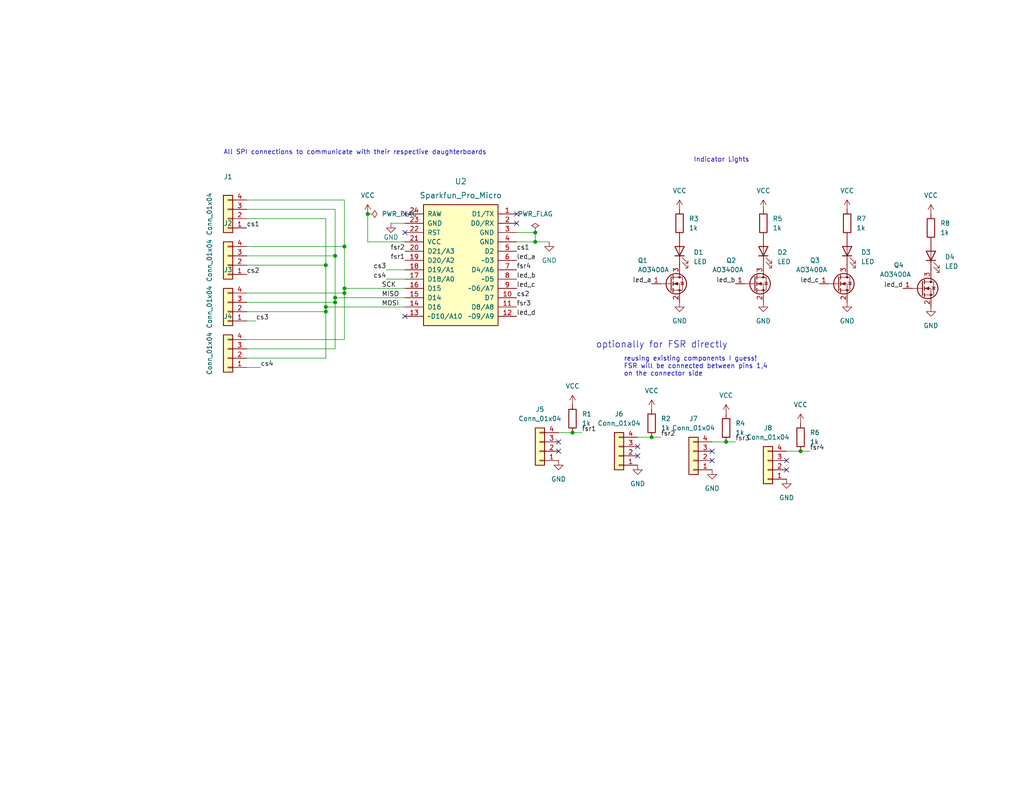
<source format=kicad_sch>
(kicad_sch (version 20211123) (generator eeschema)
  (paper "USLetter")
  (title_block (title "Main Pad Board") (rev "0.0") (company "nabultor"))
  (lib_symbols
    (symbol "Arduino:Sparkfun_Pro_Micro" (pin_names (offset 1.016))
      (property "Reference" "U" (at -8.89 21.59 0))
      (property "Value" "Sparkfun_Pro_Micro" (at 0 19.05 0))
      (symbol "Sparkfun_Pro_Micro_0_1"
        (rectangle (start -10.16 17.78) (end 10.16 -15.24) (stroke (width 0.254)) (fill (type background)))
      )
      (symbol "Sparkfun_Pro_Micro_1_1"
        (pin bidirectional line (at -15.24 15.24 0) (length 5.08) (name "D1/TX") (number "1"))
        (pin bidirectional line (at -15.24 -7.62 0) (length 5.08) (name "D7") (number "10"))
        (pin bidirectional line (at -15.24 -10.16 0) (length 5.08) (name "D8/A8") (number "11"))
        (pin bidirectional line (at -15.24 -12.7 0) (length 5.08) (name "~D9/A9") (number "12"))
        (pin bidirectional line (at 15.24 -12.7 180) (length 5.08) (name "~D10/A10") (number "13"))
        (pin bidirectional line (at 15.24 -10.16 180) (length 5.08) (name "D16") (number "14"))
        (pin bidirectional line (at 15.24 -7.62 180) (length 5.08) (name "D14") (number "15"))
        (pin bidirectional line (at 15.24 -5.08 180) (length 5.08) (name "D15") (number "16"))
        (pin bidirectional line (at 15.24 -2.54 180) (length 5.08) (name "D18/A0") (number "17"))
        (pin bidirectional line (at 15.24 0 180) (length 5.08) (name "D19/A1") (number "18"))
        (pin bidirectional line (at 15.24 2.54 180) (length 5.08) (name "D20/A2") (number "19"))
        (pin bidirectional line (at -15.24 12.7 0) (length 5.08) (name "D0/RX") (number "2"))
        (pin bidirectional line (at 15.24 5.08 180) (length 5.08) (name "D21/A3") (number "20"))
        (pin power_in line (at 15.24 7.62 180) (length 5.08) (name "VCC") (number "21"))
        (pin input line (at 15.24 10.16 180) (length 5.08) (name "RST") (number "22"))
        (pin power_in line (at 15.24 12.7 180) (length 5.08) (name "GND") (number "23"))
        (pin power_in line (at 15.24 15.24 180) (length 5.08) (name "RAW") (number "24"))
        (pin power_in line (at -15.24 10.16 0) (length 5.08) (name "GND") (number "3"))
        (pin power_in line (at -15.24 7.62 0) (length 5.08) (name "GND") (number "4"))
        (pin bidirectional line (at -15.24 5.08 0) (length 5.08) (name "D2") (number "5"))
        (pin bidirectional line (at -15.24 2.54 0) (length 5.08) (name "~D3") (number "6"))
        (pin bidirectional line (at -15.24 0 0) (length 5.08) (name "D4/A6") (number "7"))
        (pin bidirectional line (at -15.24 -2.54 0) (length 5.08) (name "~D5") (number "8"))
        (pin bidirectional line (at -15.24 -5.08 0) (length 5.08) (name "~D6/A7") (number "9"))
      )
    )
    (symbol "Connector_Generic:Conn_01x04" (pin_names (offset 1.016) hide)
      (property "Reference" "J" (at 0 5.08 0))
      (property "Value" "Conn_01x04" (at 0 -7.62 0))
      (symbol "Conn_01x04_1_1"
        (rectangle (start -1.27 -4.953) (end 0 -5.207) (stroke (width 0.1524)))
        (rectangle (start -1.27 -2.413) (end 0 -2.667) (stroke (width 0.1524)))
        (rectangle (start -1.27 0.127) (end 0 -0.127) (stroke (width 0.1524)))
        (rectangle (start -1.27 2.667) (end 0 2.413) (stroke (width 0.1524)))
        (rectangle (start -1.27 3.81) (end 1.27 -6.35) (stroke (width 0.254)) (fill (type background)))
        (pin passive line (at -5.08 2.54 0) (length 3.81) (name "Pin_1") (number "1"))
        (pin passive line (at -5.08 0 0) (length 3.81) (name "Pin_2") (number "2"))
        (pin passive line (at -5.08 -2.54 0) (length 3.81) (name "Pin_3") (number "3"))
        (pin passive line (at -5.08 -5.08 0) (length 3.81) (name "Pin_4") (number "4"))
      )
    )
    (symbol "Device:LED" (pin_numbers hide) (pin_names (offset 1.016) hide)
      (property "Reference" "D" (at 0 2.54 0))
      (property "Value" "LED" (at 0 -2.54 0))
      (symbol "LED_0_1"
        (polyline (pts (xy -1.27 -1.27) (xy -1.27 1.27)) (stroke (width 0.254)))
        (polyline (pts (xy -1.27 0) (xy 1.27 0)))
        (polyline (pts (xy 1.27 -1.27) (xy 1.27 1.27) (xy -1.27 0) (xy 1.27 -1.27)) (stroke (width 0.254)))
        (polyline (pts (xy -3.048 -0.762) (xy -4.572 -2.286) (xy -3.81 -2.286) (xy -4.572 -2.286) (xy -4.572 -1.524)))
        (polyline (pts (xy -1.778 -0.762) (xy -3.302 -2.286) (xy -2.54 -2.286) (xy -3.302 -2.286) (xy -3.302 -1.524)))
      )
      (symbol "LED_1_1"
        (pin passive line (at -3.81 0 0) (length 2.54) (name "K") (number "1"))
        (pin passive line (at 3.81 0 180) (length 2.54) (name "A") (number "2"))
      )
    )
    (symbol "Device:R" (pin_numbers hide) (pin_names (offset 0))
      (property "Reference" "R" (at 2.032 0 90))
      (property "Value" "R" (at 0 0 90))
      (symbol "R_0_1"
        (rectangle (start -1.016 -2.54) (end 1.016 2.54) (stroke (width 0.254)))
      )
      (symbol "R_1_1"
        (pin passive line (at 0 3.81 270) (length 1.27) (name "~") (number "1"))
        (pin passive line (at 0 -3.81 90) (length 1.27) (name "~") (number "2"))
      )
    )
    (symbol "Transistor_FET:AO3400A" (pin_names hide)
      (property "Reference" "Q" (at 5.08 1.905 0))
      (property "Value" "AO3400A" (at 5.08 0 0))
      (symbol "AO3400A_0_1"
        (polyline (pts (xy 0.254 0) (xy -2.54 0)))
        (polyline (pts (xy 0.254 1.905) (xy 0.254 -1.905)) (stroke (width 0.254)))
        (polyline (pts (xy 0.762 -1.27) (xy 0.762 -2.286)) (stroke (width 0.254)))
        (polyline (pts (xy 0.762 0.508) (xy 0.762 -0.508)) (stroke (width 0.254)))
        (polyline (pts (xy 0.762 2.286) (xy 0.762 1.27)) (stroke (width 0.254)))
        (polyline (pts (xy 2.54 2.54) (xy 2.54 1.778)))
        (polyline (pts (xy 2.54 -2.54) (xy 2.54 0) (xy 0.762 0)))
        (polyline (pts (xy 0.762 -1.778) (xy 3.302 -1.778) (xy 3.302 1.778) (xy 0.762 1.778)))
        (polyline (pts (xy 1.016 0) (xy 2.032 0.381) (xy 2.032 -0.381) (xy 1.016 0)) (fill (type outline)))
        (polyline (pts (xy 2.794 0.508) (xy 2.921 0.381) (xy 3.683 0.381) (xy 3.81 0.254)))
        (polyline (pts (xy 3.302 0.381) (xy 2.921 -0.254) (xy 3.683 -0.254) (xy 3.302 0.381)))
        (circle (center 1.651 0) (radius 2.794) (stroke (width 0.254)))
        (circle (center 2.54 -1.778) (radius 0.254) (fill (type outline)))
        (circle (center 2.54 1.778) (radius 0.254) (fill (type outline)))
      )
      (symbol "AO3400A_1_1"
        (pin input line (at -5.08 0 0) (length 2.54) (name "G") (number "1"))
        (pin passive line (at 2.54 -5.08 90) (length 2.54) (name "S") (number "2"))
        (pin passive line (at 2.54 5.08 270) (length 2.54) (name "D") (number "3"))
      )
    )
    (symbol "power:GND" (power) (pin_names (offset 0))
      (property "Value" "GND" (at 0 -3.81 0))
      (symbol "GND_0_1"
        (polyline (pts (xy 0 0) (xy 0 -1.27) (xy 1.27 -1.27) (xy 0 -2.54) (xy -1.27 -1.27) (xy 0 -1.27)))
      )
      (symbol "GND_1_1"
        (pin power_in line (at 0 0 270) (length 0) hide (name "GND") (number "1"))
      )
    )
    (symbol "power:PWR_FLAG" (power) (pin_numbers hide) (pin_names (offset 0) hide)
      (property "Value" "PWR_FLAG" (at 0 3.81 0))
      (symbol "PWR_FLAG_0_0"
        (pin power_out line (at 0 0 90) (length 0) (name "pwr") (number "1"))
      )
      (symbol "PWR_FLAG_0_1"
        (polyline (pts (xy 0 0) (xy 0 1.27) (xy -1.016 1.905) (xy 0 2.54) (xy 1.016 1.905) (xy 0 1.27)))
      )
    )
    (symbol "power:VCC" (power) (pin_names (offset 0))
      (property "Value" "VCC" (at 0 3.81 0))
      (symbol "VCC_0_1"
        (polyline (pts (xy -0.762 1.27) (xy 0 2.54)))
        (polyline (pts (xy 0 0) (xy 0 2.54)))
        (polyline (pts (xy 0 2.54) (xy 0.762 1.27)))
      )
      (symbol "VCC_1_1"
        (pin power_in line (at 0 0 90) (length 0) hide (name "VCC") (number "1"))
      )
    )
  )
  (junction (at 88.9 83.82))
  (junction (at 177.8 119.38))
  (junction (at 198.12 120.65))
  (junction (at 218.44 123.19))
  (junction (at 100.33 58.42))
  (junction (at 91.44 82.55))
  (junction (at 91.44 69.85))
  (junction (at 156.21 118.11))
  (junction (at 88.9 85.09))
  (junction (at 88.9 72.39))
  (junction (at 146.05 66.04))
  (junction (at 91.44 81.28))
  (junction (at 93.98 78.74))
  (junction (at 93.98 67.31))
  (junction (at 146.05 63.5))
  (junction (at 93.98 80.01))
  (no_connect (at 194.31 125.73))
  (no_connect (at 194.31 123.19))
  (no_connect (at 214.63 128.27))
  (no_connect (at 214.63 125.73))
  (no_connect (at 152.4 120.65))
  (no_connect (at 152.4 123.19))
  (no_connect (at 173.99 121.92))
  (no_connect (at 173.99 124.46))
  (no_connect (at 110.49 58.42))
  (no_connect (at 140.97 58.42))
  (no_connect (at 110.49 63.5))
  (no_connect (at 140.97 60.96))
  (no_connect (at 110.49 86.36))
  (wire (pts (xy 110.49 83.82) (xy 88.9 83.82)))
  (wire (pts (xy 67.31 92.71) (xy 93.98 92.71)))
  (wire (pts (xy 194.31 120.65) (xy 198.12 120.65)))
  (wire (pts (xy 173.99 119.38) (xy 177.8 119.38)))
  (wire (pts (xy 67.31 67.31) (xy 93.98 67.31)))
  (wire (pts (xy 88.9 83.82) (xy 88.9 72.39)))
  (wire (pts (xy 146.05 66.04) (xy 140.97 66.04)))
  (wire (pts (xy 93.98 54.61) (xy 67.31 54.61)))
  (wire (pts (xy 105.41 76.2) (xy 110.49 76.2)))
  (wire (pts (xy 88.9 85.09) (xy 88.9 83.82)))
  (wire (pts (xy 198.12 120.65) (xy 200.66 120.65)))
  (wire (pts (xy 67.31 72.39) (xy 88.9 72.39)))
  (wire (pts (xy 146.05 63.5) (xy 146.05 66.04)))
  (wire (pts (xy 218.44 123.19) (xy 220.98 123.19)))
  (wire (pts (xy 214.63 123.19) (xy 218.44 123.19)))
  (wire (pts (xy 93.98 78.74) (xy 110.49 78.74)))
  (wire (pts (xy 100.33 66.04) (xy 100.33 58.42)))
  (wire (pts (xy 67.31 100.33) (xy 71.12 100.33)))
  (wire (pts (xy 93.98 80.01) (xy 93.98 92.71)))
  (wire (pts (xy 88.9 97.79) (xy 88.9 85.09)))
  (wire (pts (xy 93.98 78.74) (xy 93.98 80.01)))
  (wire (pts (xy 91.44 82.55) (xy 91.44 81.28)))
  (wire (pts (xy 88.9 59.69) (xy 67.31 59.69)))
  (wire (pts (xy 105.41 73.66) (xy 110.49 73.66)))
  (wire (pts (xy 110.49 66.04) (xy 100.33 66.04)))
  (wire (pts (xy 91.44 69.85) (xy 91.44 57.15)))
  (wire (pts (xy 67.31 80.01) (xy 93.98 80.01)))
  (wire (pts (xy 140.97 63.5) (xy 146.05 63.5)))
  (wire (pts (xy 93.98 67.31) (xy 93.98 78.74)))
  (wire (pts (xy 110.49 81.28) (xy 91.44 81.28)))
  (wire (pts (xy 67.31 69.85) (xy 91.44 69.85)))
  (wire (pts (xy 152.4 118.11) (xy 156.21 118.11)))
  (wire (pts (xy 149.86 66.04) (xy 146.05 66.04)))
  (wire (pts (xy 93.98 54.61) (xy 93.98 67.31)))
  (wire (pts (xy 91.44 81.28) (xy 91.44 69.85)))
  (wire (pts (xy 91.44 95.25) (xy 91.44 82.55)))
  (wire (pts (xy 67.31 85.09) (xy 88.9 85.09)))
  (wire (pts (xy 110.49 60.96) (xy 106.68 60.96)))
  (wire (pts (xy 67.31 87.63) (xy 69.85 87.63)))
  (wire (pts (xy 67.31 97.79) (xy 88.9 97.79)))
  (wire (pts (xy 156.21 118.11) (xy 158.75 118.11)))
  (wire (pts (xy 177.8 119.38) (xy 180.34 119.38)))
  (wire (pts (xy 91.44 57.15) (xy 67.31 57.15)))
  (wire (pts (xy 67.31 95.25) (xy 91.44 95.25)))
  (wire (pts (xy 67.31 82.55) (xy 91.44 82.55)))
  (wire (pts (xy 88.9 72.39) (xy 88.9 59.69)))
  (text "optionally for FSR directly " (at 162.56 95.25 0) (effects (font (size 1.778 1.778)) (justify left bottom)))
  (text "All SPI connections to communicate with their respective daughterboards\n\n" (at 60.96 44.45 0) (effects (font (size 1.27 1.27)) (justify left bottom)))
  (text "Indicator Lights" (at 189.23 44.45 0) (effects (font (size 1.27 1.27)) (justify left bottom)))
  (text "reusing existing components I guess!\nFSR will be connected between pins 1,4 \non the connector side\n" (at 170.18 102.87 0) (effects (font (size 1.27 1.27)) (justify left bottom)))
  (label "MISO" (at 104.14 81.28 0))
  (label "fsr2" (at 180.34 119.38 0))
  (label "led_d" (at 140.97 86.36 0))
  (label "fsr4" (at 140.97 73.66 0))
  (label "led_b" (at 200.66 77.47 180))
  (label "cs3" (at 69.85 87.63 0))
  (label "fsr3" (at 200.66 120.65 0))
  (label "cs2" (at 67.31 74.93 0))
  (label "cs1" (at 67.31 62.23 0))
  (label "led_c" (at 223.52 77.47 180))
  (label "fsr1" (at 110.49 71.12 180))
  (label "cs4" (at 105.41 76.2 180))
  (label "cs1" (at 140.97 68.58 0))
  (label "MOSI" (at 104.14 83.82 0))
  (label "cs4" (at 71.12 100.33 0))
  (label "led_c" (at 140.97 78.74 0))
  (label "fsr1" (at 158.75 118.11 0))
  (label "led_b" (at 140.97 76.2 0))
  (label "led_a" (at 177.8 77.47 180))
  (label "led_d" (at 246.38 78.74 180))
  (label "fsr2" (at 110.49 68.58 180))
  (label "cs3" (at 105.41 73.66 180))
  (label "fsr4" (at 220.98 123.19 0))
  (label "SCK" (at 104.14 78.74 0))
  (label "cs2" (at 140.97 81.28 0))
  (label "fsr3" (at 140.97 83.82 0))
  (label "led_a" (at 140.97 71.12 0))
  (symbol (lib_id "Connector_Generic:Conn_01x04") (at 62.23 97.79 180) (unit 1)
    (property "Reference" "J4" (at 62.23 86.36 0))
    (property "Value" "Conn_01x04" (at 57.15 96.52 90))
    (property "Footprint" "Connector_PinHeader_2.54mm:PinHeader_1x04_P2.54mm_Horizontal" (effects hide))
  )
  (symbol (lib_id "Device:R") (at 208.28 60.96 0) (unit 1)
    (property "Reference" "R5" (at 210.82 59.6899 0) (effects (justify left)))
    (property "Value" "1k" (at 210.82 62.2299 0) (effects (justify left)))
    (property "Footprint" "Resistor_SMD:R_1206_3216Metric_Pad1.30x1.75mm_HandSolder" (effects hide))
  )
  (symbol (lib_id "power:VCC") (at 254 58.42 0) (unit 1)
    (property "Reference" "#PWR018" (effects hide))
    (property "Value" "VCC" (at 254 53.34 0))
  )
  (symbol (lib_id "Transistor_FET:AO3400A") (at 228.6 77.47 0) (unit 1)
    (property "Reference" "Q3" (at 220.98 71.12 0) (effects (justify left)))
    (property "Value" "AO3400A" (at 217.17 73.66 0) (effects (justify left)))
    (property "Footprint" "Package_TO_SOT_SMD:SOT-23" (effects hide))
    (property "Datasheet" "http://www.aosmd.com/pdfs/datasheet/AO3400A.pdf" (effects hide))
  )
  (symbol (lib_id "Device:LED") (at 208.28 68.58 90) (unit 1)
    (property "Reference" "D2" (at 212.09 68.8974 90) (effects (justify right)))
    (property "Value" "LED" (at 212.09 71.4374 90) (effects (justify right)))
    (property "Footprint" "LED_SMD:LED_1210_3225Metric_Pad1.42x2.65mm_HandSolder" (effects hide))
  )
  (symbol (lib_id "Connector_Generic:Conn_01x04") (at 62.23 59.69 180) (unit 1)
    (property "Reference" "J1" (at 62.23 48.26 0))
    (property "Value" "Conn_01x04" (at 57.15 58.42 90))
    (property "Footprint" "Connector_PinHeader_2.54mm:PinHeader_1x04_P2.54mm_Horizontal" (effects hide))
  )
  (symbol (lib_id "Transistor_FET:AO3400A") (at 205.74 77.47 0) (unit 1)
    (property "Reference" "Q2" (at 198.12 71.12 0) (effects (justify left)))
    (property "Value" "AO3400A" (at 194.31 73.66 0) (effects (justify left)))
    (property "Footprint" "Package_TO_SOT_SMD:SOT-23" (effects hide))
    (property "Datasheet" "http://www.aosmd.com/pdfs/datasheet/AO3400A.pdf" (effects hide))
  )
  (symbol (lib_id "power:GND") (at 173.99 127 0) (unit 1)
    (property "Reference" "#PWR06" (effects hide))
    (property "Value" "GND" (at 173.99 132.08 0))
  )
  (symbol (lib_id "Device:R") (at 177.8 115.57 0) (unit 1)
    (property "Reference" "R2" (at 180.34 114.2999 0) (effects (justify left)))
    (property "Value" "1k" (at 180.34 116.8399 0) (effects (justify left)))
    (property "Footprint" "Resistor_SMD:R_1206_3216Metric_Pad1.30x1.75mm_HandSolder" (effects hide))
  )
  (symbol (lib_id "Connector_Generic:Conn_01x04") (at 209.55 128.27 180) (unit 1)
    (property "Reference" "J8" (at 209.55 116.84 0))
    (property "Value" "Conn_01x04" (at 209.55 119.38 0))
    (property "Footprint" "Connector_PinHeader_2.54mm:PinHeader_1x04_P2.54mm_Horizontal" (effects hide))
  )
  (symbol (lib_id "Transistor_FET:AO3400A") (at 251.46 78.74 0) (unit 1)
    (property "Reference" "Q4" (at 243.84 72.39 0) (effects (justify left)))
    (property "Value" "AO3400A" (at 240.03 74.93 0) (effects (justify left)))
    (property "Footprint" "Package_TO_SOT_SMD:SOT-23" (effects hide))
    (property "Datasheet" "http://www.aosmd.com/pdfs/datasheet/AO3400A.pdf" (effects hide))
  )
  (symbol (lib_id "power:VCC") (at 218.44 115.57 0) (unit 1)
    (property "Reference" "#PWR015" (effects hide))
    (property "Value" "VCC" (at 218.44 110.49 0))
  )
  (symbol (lib_id "power:VCC") (at 231.14 57.15 0) (unit 1)
    (property "Reference" "#PWR016" (effects hide))
    (property "Value" "VCC" (at 231.14 52.07 0))
  )
  (symbol (lib_id "Device:R") (at 156.21 114.3 0) (unit 1)
    (property "Reference" "R1" (at 158.75 113.0299 0) (effects (justify left)))
    (property "Value" "1k" (at 158.75 115.5699 0) (effects (justify left)))
    (property "Footprint" "Resistor_SMD:R_1206_3216Metric_Pad1.30x1.75mm_HandSolder" (effects hide))
  )
  (symbol (lib_id "power:VCC") (at 156.21 110.49 0) (unit 1)
    (property "Reference" "#PWR05" (effects hide))
    (property "Value" "VCC" (at 156.21 105.41 0))
  )
  (symbol (lib_id "power:GND") (at 106.68 60.96 0) (mirror y) (unit 1)
    (property "Reference" "#PWR02" (effects hide))
    (property "Value" "GND" (at 106.68 64.77 0))
  )
  (symbol (lib_id "power:VCC") (at 177.8 111.76 0) (unit 1)
    (property "Reference" "#PWR07" (effects hide))
    (property "Value" "VCC" (at 177.8 106.68 0))
  )
  (symbol (lib_id "Connector_Generic:Conn_01x04") (at 147.32 123.19 180) (unit 1)
    (property "Reference" "J5" (at 147.32 111.76 0))
    (property "Value" "Conn_01x04" (at 147.32 114.3 0))
    (property "Footprint" "Connector_PinHeader_2.54mm:PinHeader_1x04_P2.54mm_Horizontal" (effects hide))
  )
  (symbol (lib_id "Connector_Generic:Conn_01x04") (at 168.91 124.46 180) (unit 1)
    (property "Reference" "J6" (at 168.91 113.03 0))
    (property "Value" "Conn_01x04" (at 168.91 115.57 0))
    (property "Footprint" "Connector_PinHeader_2.54mm:PinHeader_1x04_P2.54mm_Horizontal" (effects hide))
  )
  (symbol (lib_id "Transistor_FET:AO3400A") (at 182.88 77.47 0) (unit 1)
    (property "Reference" "Q1" (at 173.99 71.12 0) (effects (justify left)))
    (property "Value" "AO3400A" (at 173.99 73.66 0) (effects (justify left)))
    (property "Footprint" "Package_TO_SOT_SMD:SOT-23" (effects hide))
    (property "Datasheet" "http://www.aosmd.com/pdfs/datasheet/AO3400A.pdf" (effects hide))
  )
  (symbol (lib_id "power:GND") (at 231.14 82.55 0) (unit 1)
    (property "Reference" "#PWR017" (effects hide))
    (property "Value" "GND" (at 231.14 87.63 0))
  )
  (symbol (lib_id "power:VCC") (at 198.12 113.03 0) (unit 1)
    (property "Reference" "#PWR011" (effects hide))
    (property "Value" "VCC" (at 198.12 107.95 0))
  )
  (symbol (lib_id "power:GND") (at 194.31 128.27 0) (unit 1)
    (property "Reference" "#PWR010" (effects hide))
    (property "Value" "GND" (at 194.31 133.35 0))
  )
  (symbol (lib_id "power:VCC") (at 100.33 58.42 0) (unit 1)
    (property "Reference" "#PWR01" (effects hide))
    (property "Value" "VCC" (at 100.33 53.34 0))
  )
  (symbol (lib_id "power:GND") (at 152.4 125.73 0) (unit 1)
    (property "Reference" "#PWR04" (effects hide))
    (property "Value" "GND" (at 152.4 130.81 0))
  )
  (symbol (lib_id "Connector_Generic:Conn_01x04") (at 62.23 72.39 180) (unit 1)
    (property "Reference" "J2" (at 62.23 60.96 0))
    (property "Value" "Conn_01x04" (at 57.15 71.12 90))
    (property "Footprint" "Connector_PinHeader_2.54mm:PinHeader_1x04_P2.54mm_Horizontal" (effects hide))
  )
  (symbol (lib_id "power:PWR_FLAG") (at 100.33 58.42 270) (unit 1)
    (property "Reference" "#FLG0102" (effects hide))
    (property "Value" "PWR_FLAG" (at 104.14 58.4199 90) (effects (justify left)))
  )
  (symbol (lib_id "Device:R") (at 185.42 60.96 0) (unit 1)
    (property "Reference" "R3" (at 187.96 59.6899 0) (effects (justify left)))
    (property "Value" "1k" (at 187.96 62.2299 0) (effects (justify left)))
    (property "Footprint" "Resistor_SMD:R_1206_3216Metric_Pad1.30x1.75mm_HandSolder" (effects hide))
  )
  (symbol (lib_id "Device:LED") (at 254 69.85 90) (unit 1)
    (property "Reference" "D4" (at 257.81 70.1674 90) (effects (justify right)))
    (property "Value" "LED" (at 257.81 72.7074 90) (effects (justify right)))
    (property "Footprint" "LED_SMD:LED_1210_3225Metric_Pad1.42x2.65mm_HandSolder" (effects hide))
  )
  (symbol (lib_id "Device:R") (at 231.14 60.96 0) (unit 1)
    (property "Reference" "R7" (at 233.68 59.6899 0) (effects (justify left)))
    (property "Value" "1k" (at 233.68 62.2299 0) (effects (justify left)))
    (property "Footprint" "Resistor_SMD:R_1206_3216Metric_Pad1.30x1.75mm_HandSolder" (effects hide))
  )
  (symbol (lib_id "Connector_Generic:Conn_01x04") (at 62.23 85.09 180) (unit 1)
    (property "Reference" "J3" (at 62.23 73.66 0))
    (property "Value" "Conn_01x04" (at 57.15 83.82 90))
    (property "Footprint" "Connector_PinHeader_2.54mm:PinHeader_1x04_P2.54mm_Horizontal" (effects hide))
  )
  (symbol (lib_id "power:GND") (at 208.28 82.55 0) (unit 1)
    (property "Reference" "#PWR013" (effects hide))
    (property "Value" "GND" (at 208.28 87.63 0))
  )
  (symbol (lib_id "Device:R") (at 254 62.23 0) (unit 1)
    (property "Reference" "R8" (at 256.54 60.9599 0) (effects (justify left)))
    (property "Value" "1k" (at 256.54 63.4999 0) (effects (justify left)))
    (property "Footprint" "Resistor_SMD:R_1206_3216Metric_Pad1.30x1.75mm_HandSolder" (effects hide))
  )
  (symbol (lib_id "Connector_Generic:Conn_01x04") (at 189.23 125.73 180) (unit 1)
    (property "Reference" "J7" (at 189.23 114.3 0))
    (property "Value" "Conn_01x04" (at 189.23 116.84 0))
    (property "Footprint" "Connector_PinHeader_2.54mm:PinHeader_1x04_P2.54mm_Horizontal" (effects hide))
  )
  (symbol (lib_id "power:PWR_FLAG") (at 146.05 63.5 0) (unit 1)
    (property "Reference" "#FLG0101" (effects hide))
    (property "Value" "PWR_FLAG" (at 146.05 58.42 0))
  )
  (symbol (lib_id "Arduino:Sparkfun_Pro_Micro") (at 125.73 73.66 0) (mirror y) (unit 1)
    (property "Reference" "U2" (at 125.73 49.53 0) (effects (font (size 1.524 1.524))))
    (property "Value" "Sparkfun_Pro_Micro" (at 125.73 53.34 0) (effects (font (size 1.524 1.524))))
    (property "Footprint" "Arduino:Sparkfun_Pro_Micro" (effects hide))
    (property "Datasheet" "https://www.sparkfun.com/products/12640" (effects hide))
  )
  (symbol (lib_id "Device:R") (at 198.12 116.84 0) (unit 1)
    (property "Reference" "R4" (at 200.66 115.5699 0) (effects (justify left)))
    (property "Value" "1k" (at 200.66 118.1099 0) (effects (justify left)))
    (property "Footprint" "Resistor_SMD:R_1206_3216Metric_Pad1.30x1.75mm_HandSolder" (effects hide))
  )
  (symbol (lib_id "power:GND") (at 149.86 66.04 0) (mirror y) (unit 1)
    (property "Reference" "#PWR03" (effects hide))
    (property "Value" "GND" (at 149.86 71.12 0))
  )
  (symbol (lib_id "power:GND") (at 214.63 130.81 0) (unit 1)
    (property "Reference" "#PWR014" (effects hide))
    (property "Value" "GND" (at 214.63 135.89 0))
  )
  (symbol (lib_id "Device:LED") (at 185.42 68.58 90) (unit 1)
    (property "Reference" "D1" (at 189.23 68.8974 90) (effects (justify right)))
    (property "Value" "LED" (at 189.23 71.4374 90) (effects (justify right)))
    (property "Footprint" "LED_SMD:LED_1210_3225Metric_Pad1.42x2.65mm_HandSolder" (effects hide))
  )
  (symbol (lib_id "Device:LED") (at 231.14 68.58 90) (unit 1)
    (property "Reference" "D3" (at 234.95 68.8974 90) (effects (justify right)))
    (property "Value" "LED" (at 234.95 71.4374 90) (effects (justify right)))
    (property "Footprint" "LED_SMD:LED_1210_3225Metric_Pad1.42x2.65mm_HandSolder" (effects hide))
  )
  (symbol (lib_id "power:VCC") (at 208.28 57.15 0) (unit 1)
    (property "Reference" "#PWR012" (effects hide))
    (property "Value" "VCC" (at 208.28 52.07 0))
  )
  (symbol (lib_id "power:GND") (at 185.42 82.55 0) (unit 1)
    (property "Reference" "#PWR09" (effects hide))
    (property "Value" "GND" (at 185.42 87.63 0))
  )
  (symbol (lib_id "Device:R") (at 218.44 119.38 0) (unit 1)
    (property "Reference" "R6" (at 220.98 118.1099 0) (effects (justify left)))
    (property "Value" "1k" (at 220.98 120.6499 0) (effects (justify left)))
    (property "Footprint" "Resistor_SMD:R_1206_3216Metric_Pad1.30x1.75mm_HandSolder" (effects hide))
  )
  (symbol (lib_id "power:GND") (at 254 83.82 0) (unit 1)
    (property "Reference" "#PWR019" (effects hide))
    (property "Value" "GND" (at 254 88.9 0))
  )
  (symbol (lib_id "power:VCC") (at 185.42 57.15 0) (unit 1)
    (property "Reference" "#PWR08" (effects hide))
    (property "Value" "VCC" (at 185.42 52.07 0))
  )
)
</source>
